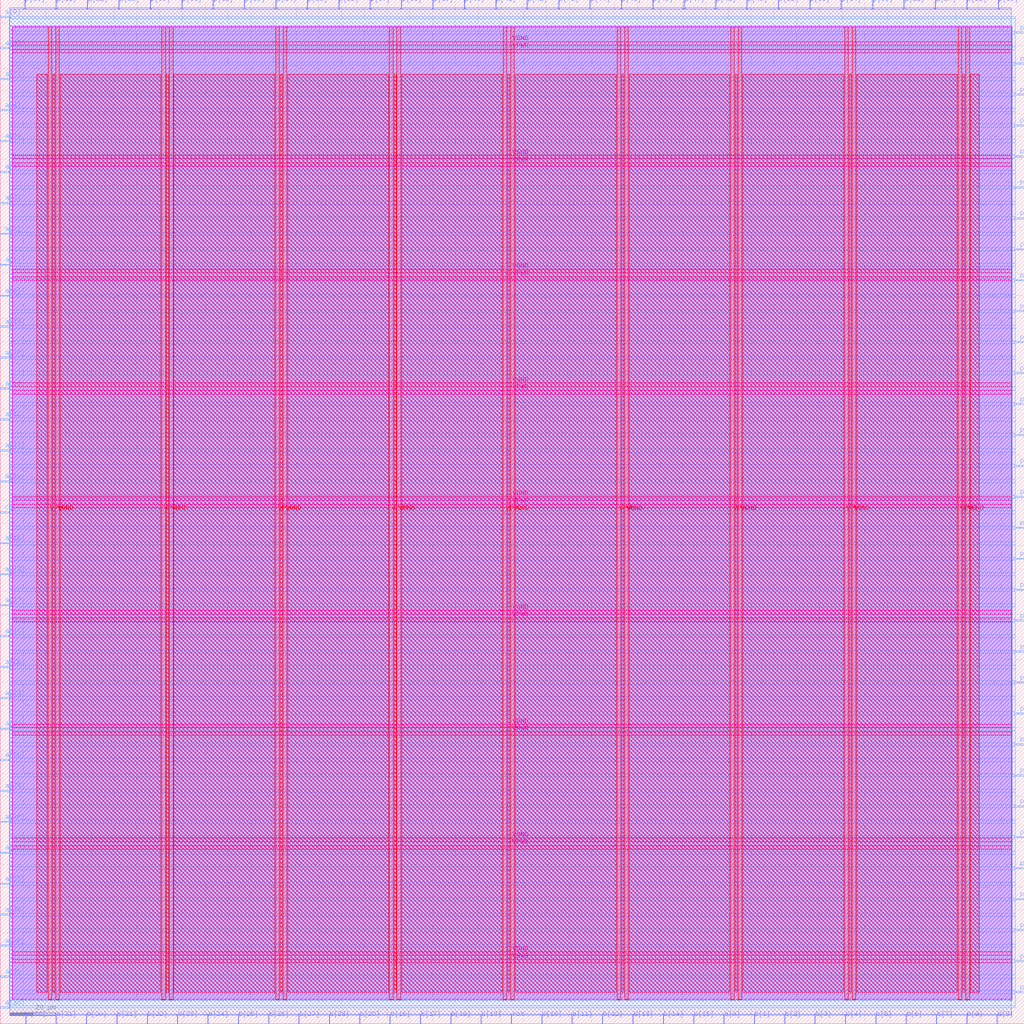
<source format=lef>
VERSION 5.7 ;
  NOWIREEXTENSIONATPIN ON ;
  DIVIDERCHAR "/" ;
  BUSBITCHARS "[]" ;
MACRO pipelined_mult
  CLASS BLOCK ;
  FOREIGN pipelined_mult ;
  ORIGIN 0.000 0.000 ;
  SIZE 450.000 BY 450.000 ;
  PIN VGND
    DIRECTION INOUT ;
    USE GROUND ;
    PORT
      LAYER met4 ;
        RECT 24.340 10.640 25.940 438.160 ;
    END
    PORT
      LAYER met4 ;
        RECT 74.340 10.640 75.940 438.160 ;
    END
    PORT
      LAYER met4 ;
        RECT 124.340 10.640 125.940 438.160 ;
    END
    PORT
      LAYER met4 ;
        RECT 174.340 10.640 175.940 438.160 ;
    END
    PORT
      LAYER met4 ;
        RECT 224.340 10.640 225.940 438.160 ;
    END
    PORT
      LAYER met4 ;
        RECT 274.340 10.640 275.940 438.160 ;
    END
    PORT
      LAYER met4 ;
        RECT 324.340 10.640 325.940 438.160 ;
    END
    PORT
      LAYER met4 ;
        RECT 374.340 10.640 375.940 438.160 ;
    END
    PORT
      LAYER met4 ;
        RECT 424.340 10.640 425.940 438.160 ;
    END
    PORT
      LAYER met5 ;
        RECT 5.280 30.030 444.600 31.630 ;
    END
    PORT
      LAYER met5 ;
        RECT 5.280 80.030 444.600 81.630 ;
    END
    PORT
      LAYER met5 ;
        RECT 5.280 130.030 444.600 131.630 ;
    END
    PORT
      LAYER met5 ;
        RECT 5.280 180.030 444.600 181.630 ;
    END
    PORT
      LAYER met5 ;
        RECT 5.280 230.030 444.600 231.630 ;
    END
    PORT
      LAYER met5 ;
        RECT 5.280 280.030 444.600 281.630 ;
    END
    PORT
      LAYER met5 ;
        RECT 5.280 330.030 444.600 331.630 ;
    END
    PORT
      LAYER met5 ;
        RECT 5.280 380.030 444.600 381.630 ;
    END
    PORT
      LAYER met5 ;
        RECT 5.280 430.030 444.600 431.630 ;
    END
  END VGND
  PIN VPWR
    DIRECTION INOUT ;
    USE POWER ;
    PORT
      LAYER met4 ;
        RECT 21.040 10.640 22.640 438.160 ;
    END
    PORT
      LAYER met4 ;
        RECT 71.040 10.640 72.640 438.160 ;
    END
    PORT
      LAYER met4 ;
        RECT 121.040 10.640 122.640 438.160 ;
    END
    PORT
      LAYER met4 ;
        RECT 171.040 10.640 172.640 438.160 ;
    END
    PORT
      LAYER met4 ;
        RECT 221.040 10.640 222.640 438.160 ;
    END
    PORT
      LAYER met4 ;
        RECT 271.040 10.640 272.640 438.160 ;
    END
    PORT
      LAYER met4 ;
        RECT 321.040 10.640 322.640 438.160 ;
    END
    PORT
      LAYER met4 ;
        RECT 371.040 10.640 372.640 438.160 ;
    END
    PORT
      LAYER met4 ;
        RECT 421.040 10.640 422.640 438.160 ;
    END
    PORT
      LAYER met5 ;
        RECT 5.280 26.730 444.600 28.330 ;
    END
    PORT
      LAYER met5 ;
        RECT 5.280 76.730 444.600 78.330 ;
    END
    PORT
      LAYER met5 ;
        RECT 5.280 126.730 444.600 128.330 ;
    END
    PORT
      LAYER met5 ;
        RECT 5.280 176.730 444.600 178.330 ;
    END
    PORT
      LAYER met5 ;
        RECT 5.280 226.730 444.600 228.330 ;
    END
    PORT
      LAYER met5 ;
        RECT 5.280 276.730 444.600 278.330 ;
    END
    PORT
      LAYER met5 ;
        RECT 5.280 326.730 444.600 328.330 ;
    END
    PORT
      LAYER met5 ;
        RECT 5.280 376.730 444.600 378.330 ;
    END
    PORT
      LAYER met5 ;
        RECT 5.280 426.730 444.600 428.330 ;
    END
  END VPWR
  PIN a[0]
    DIRECTION INPUT ;
    USE SIGNAL ;
    ANTENNAGATEAREA 0.196500 ;
    PORT
      LAYER met3 ;
        RECT 0.000 319.640 4.000 320.240 ;
    END
  END a[0]
  PIN a[10]
    DIRECTION INPUT ;
    USE SIGNAL ;
    ANTENNAGATEAREA 0.196500 ;
    PORT
      LAYER met3 ;
        RECT 0.000 238.040 4.000 238.640 ;
    END
  END a[10]
  PIN a[11]
    DIRECTION INPUT ;
    USE SIGNAL ;
    ANTENNAGATEAREA 0.196500 ;
    PORT
      LAYER met3 ;
        RECT 0.000 251.640 4.000 252.240 ;
    END
  END a[11]
  PIN a[12]
    DIRECTION INPUT ;
    USE SIGNAL ;
    ANTENNAGATEAREA 0.196500 ;
    PORT
      LAYER met3 ;
        RECT 0.000 265.240 4.000 265.840 ;
    END
  END a[12]
  PIN a[13]
    DIRECTION INPUT ;
    USE SIGNAL ;
    ANTENNAGATEAREA 0.196500 ;
    PORT
      LAYER met3 ;
        RECT 0.000 278.840 4.000 279.440 ;
    END
  END a[13]
  PIN a[14]
    DIRECTION INPUT ;
    USE SIGNAL ;
    ANTENNAGATEAREA 0.196500 ;
    PORT
      LAYER met3 ;
        RECT 0.000 292.440 4.000 293.040 ;
    END
  END a[14]
  PIN a[15]
    DIRECTION INPUT ;
    USE SIGNAL ;
    ANTENNAGATEAREA 0.196500 ;
    PORT
      LAYER met3 ;
        RECT 0.000 306.040 4.000 306.640 ;
    END
  END a[15]
  PIN a[16]
    DIRECTION INPUT ;
    USE SIGNAL ;
    ANTENNAGATEAREA 0.196500 ;
    PORT
      LAYER met3 ;
        RECT 0.000 170.040 4.000 170.640 ;
    END
  END a[16]
  PIN a[17]
    DIRECTION INPUT ;
    USE SIGNAL ;
    ANTENNAGATEAREA 0.196500 ;
    PORT
      LAYER met3 ;
        RECT 0.000 183.640 4.000 184.240 ;
    END
  END a[17]
  PIN a[18]
    DIRECTION INPUT ;
    USE SIGNAL ;
    ANTENNAGATEAREA 0.196500 ;
    PORT
      LAYER met3 ;
        RECT 0.000 197.240 4.000 197.840 ;
    END
  END a[18]
  PIN a[19]
    DIRECTION INPUT ;
    USE SIGNAL ;
    ANTENNAGATEAREA 0.196500 ;
    PORT
      LAYER met3 ;
        RECT 0.000 210.840 4.000 211.440 ;
    END
  END a[19]
  PIN a[1]
    DIRECTION INPUT ;
    USE SIGNAL ;
    ANTENNAGATEAREA 0.196500 ;
    PORT
      LAYER met3 ;
        RECT 0.000 333.240 4.000 333.840 ;
    END
  END a[1]
  PIN a[20]
    DIRECTION INPUT ;
    USE SIGNAL ;
    ANTENNAGATEAREA 0.196500 ;
    PORT
      LAYER met3 ;
        RECT 0.000 34.040 4.000 34.640 ;
    END
  END a[20]
  PIN a[21]
    DIRECTION INPUT ;
    USE SIGNAL ;
    ANTENNAGATEAREA 0.196500 ;
    PORT
      LAYER met3 ;
        RECT 0.000 47.640 4.000 48.240 ;
    END
  END a[21]
  PIN a[22]
    DIRECTION INPUT ;
    USE SIGNAL ;
    ANTENNAGATEAREA 0.196500 ;
    PORT
      LAYER met3 ;
        RECT 0.000 61.240 4.000 61.840 ;
    END
  END a[22]
  PIN a[23]
    DIRECTION INPUT ;
    USE SIGNAL ;
    ANTENNAGATEAREA 0.196500 ;
    PORT
      LAYER met3 ;
        RECT 0.000 74.840 4.000 75.440 ;
    END
  END a[23]
  PIN a[24]
    DIRECTION INPUT ;
    USE SIGNAL ;
    ANTENNAGATEAREA 0.196500 ;
    PORT
      LAYER met3 ;
        RECT 0.000 88.440 4.000 89.040 ;
    END
  END a[24]
  PIN a[25]
    DIRECTION INPUT ;
    USE SIGNAL ;
    ANTENNAGATEAREA 0.196500 ;
    PORT
      LAYER met3 ;
        RECT 0.000 102.040 4.000 102.640 ;
    END
  END a[25]
  PIN a[26]
    DIRECTION INPUT ;
    USE SIGNAL ;
    ANTENNAGATEAREA 0.196500 ;
    PORT
      LAYER met3 ;
        RECT 0.000 115.640 4.000 116.240 ;
    END
  END a[26]
  PIN a[27]
    DIRECTION INPUT ;
    USE SIGNAL ;
    ANTENNAGATEAREA 0.196500 ;
    PORT
      LAYER met3 ;
        RECT 0.000 129.240 4.000 129.840 ;
    END
  END a[27]
  PIN a[28]
    DIRECTION INPUT ;
    USE SIGNAL ;
    ANTENNAGATEAREA 0.196500 ;
    PORT
      LAYER met3 ;
        RECT 0.000 142.840 4.000 143.440 ;
    END
  END a[28]
  PIN a[29]
    DIRECTION INPUT ;
    USE SIGNAL ;
    ANTENNAGATEAREA 0.196500 ;
    PORT
      LAYER met3 ;
        RECT 0.000 156.440 4.000 157.040 ;
    END
  END a[29]
  PIN a[2]
    DIRECTION INPUT ;
    USE SIGNAL ;
    ANTENNAGATEAREA 0.196500 ;
    PORT
      LAYER met3 ;
        RECT 0.000 346.840 4.000 347.440 ;
    END
  END a[2]
  PIN a[30]
    DIRECTION INPUT ;
    USE SIGNAL ;
    ANTENNAGATEAREA 0.196500 ;
    PORT
      LAYER met3 ;
        RECT 0.000 6.840 4.000 7.440 ;
    END
  END a[30]
  PIN a[31]
    DIRECTION INPUT ;
    USE SIGNAL ;
    ANTENNAGATEAREA 0.196500 ;
    PORT
      LAYER met3 ;
        RECT 0.000 20.440 4.000 21.040 ;
    END
  END a[31]
  PIN a[3]
    DIRECTION INPUT ;
    USE SIGNAL ;
    ANTENNAGATEAREA 0.196500 ;
    PORT
      LAYER met3 ;
        RECT 0.000 360.440 4.000 361.040 ;
    END
  END a[3]
  PIN a[4]
    DIRECTION INPUT ;
    USE SIGNAL ;
    ANTENNAGATEAREA 0.196500 ;
    PORT
      LAYER met3 ;
        RECT 0.000 374.040 4.000 374.640 ;
    END
  END a[4]
  PIN a[5]
    DIRECTION INPUT ;
    USE SIGNAL ;
    ANTENNAGATEAREA 0.213000 ;
    PORT
      LAYER met3 ;
        RECT 0.000 387.640 4.000 388.240 ;
    END
  END a[5]
  PIN a[6]
    DIRECTION INPUT ;
    USE SIGNAL ;
    ANTENNAGATEAREA 0.196500 ;
    PORT
      LAYER met3 ;
        RECT 0.000 401.240 4.000 401.840 ;
    END
  END a[6]
  PIN a[7]
    DIRECTION INPUT ;
    USE SIGNAL ;
    ANTENNAGATEAREA 0.196500 ;
    PORT
      LAYER met3 ;
        RECT 0.000 414.840 4.000 415.440 ;
    END
  END a[7]
  PIN a[8]
    DIRECTION INPUT ;
    USE SIGNAL ;
    ANTENNAGATEAREA 0.196500 ;
    PORT
      LAYER met3 ;
        RECT 0.000 428.440 4.000 429.040 ;
    END
  END a[8]
  PIN a[9]
    DIRECTION INPUT ;
    USE SIGNAL ;
    ANTENNAGATEAREA 0.196500 ;
    PORT
      LAYER met3 ;
        RECT 0.000 442.040 4.000 442.640 ;
    END
  END a[9]
  PIN b[0]
    DIRECTION INPUT ;
    USE SIGNAL ;
    ANTENNAGATEAREA 0.196500 ;
    PORT
      LAYER met2 ;
        RECT 317.950 0.000 318.230 4.000 ;
    END
  END b[0]
  PIN b[10]
    DIRECTION INPUT ;
    USE SIGNAL ;
    ANTENNAGATEAREA 0.196500 ;
    PORT
      LAYER met2 ;
        RECT 237.910 0.000 238.190 4.000 ;
    END
  END b[10]
  PIN b[11]
    DIRECTION INPUT ;
    USE SIGNAL ;
    ANTENNAGATEAREA 0.196500 ;
    PORT
      LAYER met2 ;
        RECT 251.250 0.000 251.530 4.000 ;
    END
  END b[11]
  PIN b[12]
    DIRECTION INPUT ;
    USE SIGNAL ;
    ANTENNAGATEAREA 0.196500 ;
    PORT
      LAYER met2 ;
        RECT 264.590 0.000 264.870 4.000 ;
    END
  END b[12]
  PIN b[13]
    DIRECTION INPUT ;
    USE SIGNAL ;
    ANTENNAGATEAREA 0.196500 ;
    PORT
      LAYER met2 ;
        RECT 277.930 0.000 278.210 4.000 ;
    END
  END b[13]
  PIN b[14]
    DIRECTION INPUT ;
    USE SIGNAL ;
    ANTENNAGATEAREA 0.196500 ;
    PORT
      LAYER met2 ;
        RECT 291.270 0.000 291.550 4.000 ;
    END
  END b[14]
  PIN b[15]
    DIRECTION INPUT ;
    USE SIGNAL ;
    ANTENNAGATEAREA 0.196500 ;
    PORT
      LAYER met2 ;
        RECT 304.610 0.000 304.890 4.000 ;
    END
  END b[15]
  PIN b[16]
    DIRECTION INPUT ;
    USE SIGNAL ;
    ANTENNAGATEAREA 0.196500 ;
    PORT
      LAYER met2 ;
        RECT 171.210 0.000 171.490 4.000 ;
    END
  END b[16]
  PIN b[17]
    DIRECTION INPUT ;
    USE SIGNAL ;
    ANTENNAGATEAREA 0.196500 ;
    PORT
      LAYER met2 ;
        RECT 184.550 0.000 184.830 4.000 ;
    END
  END b[17]
  PIN b[18]
    DIRECTION INPUT ;
    USE SIGNAL ;
    ANTENNAGATEAREA 0.196500 ;
    PORT
      LAYER met2 ;
        RECT 197.890 0.000 198.170 4.000 ;
    END
  END b[18]
  PIN b[19]
    DIRECTION INPUT ;
    USE SIGNAL ;
    ANTENNAGATEAREA 0.196500 ;
    PORT
      LAYER met2 ;
        RECT 211.230 0.000 211.510 4.000 ;
    END
  END b[19]
  PIN b[1]
    DIRECTION INPUT ;
    USE SIGNAL ;
    ANTENNAGATEAREA 0.196500 ;
    PORT
      LAYER met2 ;
        RECT 331.290 0.000 331.570 4.000 ;
    END
  END b[1]
  PIN b[20]
    DIRECTION INPUT ;
    USE SIGNAL ;
    ANTENNAGATEAREA 0.196500 ;
    PORT
      LAYER met2 ;
        RECT 37.810 0.000 38.090 4.000 ;
    END
  END b[20]
  PIN b[21]
    DIRECTION INPUT ;
    USE SIGNAL ;
    ANTENNAGATEAREA 0.196500 ;
    PORT
      LAYER met2 ;
        RECT 51.150 0.000 51.430 4.000 ;
    END
  END b[21]
  PIN b[22]
    DIRECTION INPUT ;
    USE SIGNAL ;
    ANTENNAGATEAREA 0.196500 ;
    PORT
      LAYER met2 ;
        RECT 64.490 0.000 64.770 4.000 ;
    END
  END b[22]
  PIN b[23]
    DIRECTION INPUT ;
    USE SIGNAL ;
    ANTENNAGATEAREA 0.196500 ;
    PORT
      LAYER met2 ;
        RECT 77.830 0.000 78.110 4.000 ;
    END
  END b[23]
  PIN b[24]
    DIRECTION INPUT ;
    USE SIGNAL ;
    ANTENNAGATEAREA 0.196500 ;
    PORT
      LAYER met2 ;
        RECT 91.170 0.000 91.450 4.000 ;
    END
  END b[24]
  PIN b[25]
    DIRECTION INPUT ;
    USE SIGNAL ;
    ANTENNAGATEAREA 0.196500 ;
    PORT
      LAYER met2 ;
        RECT 104.510 0.000 104.790 4.000 ;
    END
  END b[25]
  PIN b[26]
    DIRECTION INPUT ;
    USE SIGNAL ;
    ANTENNAGATEAREA 0.196500 ;
    PORT
      LAYER met2 ;
        RECT 117.850 0.000 118.130 4.000 ;
    END
  END b[26]
  PIN b[27]
    DIRECTION INPUT ;
    USE SIGNAL ;
    ANTENNAGATEAREA 0.196500 ;
    PORT
      LAYER met2 ;
        RECT 131.190 0.000 131.470 4.000 ;
    END
  END b[27]
  PIN b[28]
    DIRECTION INPUT ;
    USE SIGNAL ;
    ANTENNAGATEAREA 0.196500 ;
    PORT
      LAYER met2 ;
        RECT 144.530 0.000 144.810 4.000 ;
    END
  END b[28]
  PIN b[29]
    DIRECTION INPUT ;
    USE SIGNAL ;
    ANTENNAGATEAREA 0.196500 ;
    PORT
      LAYER met2 ;
        RECT 157.870 0.000 158.150 4.000 ;
    END
  END b[29]
  PIN b[2]
    DIRECTION INPUT ;
    USE SIGNAL ;
    ANTENNAGATEAREA 0.196500 ;
    PORT
      LAYER met2 ;
        RECT 344.630 0.000 344.910 4.000 ;
    END
  END b[2]
  PIN b[30]
    DIRECTION INPUT ;
    USE SIGNAL ;
    ANTENNAGATEAREA 0.196500 ;
    PORT
      LAYER met2 ;
        RECT 11.130 0.000 11.410 4.000 ;
    END
  END b[30]
  PIN b[31]
    DIRECTION INPUT ;
    USE SIGNAL ;
    ANTENNAGATEAREA 0.196500 ;
    PORT
      LAYER met2 ;
        RECT 24.470 0.000 24.750 4.000 ;
    END
  END b[31]
  PIN b[3]
    DIRECTION INPUT ;
    USE SIGNAL ;
    ANTENNAGATEAREA 0.196500 ;
    PORT
      LAYER met2 ;
        RECT 357.970 0.000 358.250 4.000 ;
    END
  END b[3]
  PIN b[4]
    DIRECTION INPUT ;
    USE SIGNAL ;
    ANTENNAGATEAREA 0.196500 ;
    PORT
      LAYER met2 ;
        RECT 371.310 0.000 371.590 4.000 ;
    END
  END b[4]
  PIN b[5]
    DIRECTION INPUT ;
    USE SIGNAL ;
    ANTENNAGATEAREA 0.196500 ;
    PORT
      LAYER met2 ;
        RECT 384.650 0.000 384.930 4.000 ;
    END
  END b[5]
  PIN b[6]
    DIRECTION INPUT ;
    USE SIGNAL ;
    ANTENNAGATEAREA 0.196500 ;
    PORT
      LAYER met2 ;
        RECT 397.990 0.000 398.270 4.000 ;
    END
  END b[6]
  PIN b[7]
    DIRECTION INPUT ;
    USE SIGNAL ;
    ANTENNAGATEAREA 0.196500 ;
    PORT
      LAYER met2 ;
        RECT 411.330 0.000 411.610 4.000 ;
    END
  END b[7]
  PIN b[8]
    DIRECTION INPUT ;
    USE SIGNAL ;
    ANTENNAGATEAREA 0.196500 ;
    PORT
      LAYER met2 ;
        RECT 424.670 0.000 424.950 4.000 ;
    END
  END b[8]
  PIN b[9]
    DIRECTION INPUT ;
    USE SIGNAL ;
    ANTENNAGATEAREA 0.196500 ;
    PORT
      LAYER met2 ;
        RECT 438.010 0.000 438.290 4.000 ;
    END
  END b[9]
  PIN clk
    DIRECTION INPUT ;
    USE SIGNAL ;
    ANTENNAGATEAREA 1.286700 ;
    ANTENNADIFFAREA 0.434700 ;
    PORT
      LAYER met3 ;
        RECT 0.000 224.440 4.000 225.040 ;
    END
  END clk
  PIN p[0]
    DIRECTION OUTPUT ;
    USE SIGNAL ;
    ANTENNADIFFAREA 0.445500 ;
    PORT
      LAYER met3 ;
        RECT 446.000 312.840 450.000 313.440 ;
    END
  END p[0]
  PIN p[10]
    DIRECTION OUTPUT ;
    USE SIGNAL ;
    ANTENNADIFFAREA 0.445500 ;
    PORT
      LAYER met3 ;
        RECT 446.000 176.840 450.000 177.440 ;
    END
  END p[10]
  PIN p[11]
    DIRECTION OUTPUT ;
    USE SIGNAL ;
    ANTENNADIFFAREA 0.445500 ;
    PORT
      LAYER met3 ;
        RECT 446.000 190.440 450.000 191.040 ;
    END
  END p[11]
  PIN p[12]
    DIRECTION OUTPUT ;
    USE SIGNAL ;
    ANTENNADIFFAREA 0.445500 ;
    PORT
      LAYER met3 ;
        RECT 446.000 204.040 450.000 204.640 ;
    END
  END p[12]
  PIN p[13]
    DIRECTION OUTPUT ;
    USE SIGNAL ;
    ANTENNADIFFAREA 0.445500 ;
    PORT
      LAYER met3 ;
        RECT 446.000 217.640 450.000 218.240 ;
    END
  END p[13]
  PIN p[14]
    DIRECTION OUTPUT ;
    USE SIGNAL ;
    ANTENNADIFFAREA 0.445500 ;
    PORT
      LAYER met3 ;
        RECT 446.000 231.240 450.000 231.840 ;
    END
  END p[14]
  PIN p[15]
    DIRECTION OUTPUT ;
    USE SIGNAL ;
    ANTENNADIFFAREA 0.445500 ;
    PORT
      LAYER met3 ;
        RECT 446.000 244.840 450.000 245.440 ;
    END
  END p[15]
  PIN p[16]
    DIRECTION OUTPUT ;
    USE SIGNAL ;
    ANTENNADIFFAREA 0.445500 ;
    PORT
      LAYER met3 ;
        RECT 446.000 258.440 450.000 259.040 ;
    END
  END p[16]
  PIN p[17]
    DIRECTION OUTPUT ;
    USE SIGNAL ;
    ANTENNADIFFAREA 0.445500 ;
    PORT
      LAYER met3 ;
        RECT 446.000 272.040 450.000 272.640 ;
    END
  END p[17]
  PIN p[18]
    DIRECTION OUTPUT ;
    USE SIGNAL ;
    ANTENNADIFFAREA 0.445500 ;
    PORT
      LAYER met3 ;
        RECT 446.000 285.640 450.000 286.240 ;
    END
  END p[18]
  PIN p[19]
    DIRECTION OUTPUT ;
    USE SIGNAL ;
    ANTENNADIFFAREA 0.445500 ;
    PORT
      LAYER met3 ;
        RECT 446.000 299.240 450.000 299.840 ;
    END
  END p[19]
  PIN p[1]
    DIRECTION OUTPUT ;
    USE SIGNAL ;
    ANTENNADIFFAREA 0.445500 ;
    PORT
      LAYER met3 ;
        RECT 446.000 326.440 450.000 327.040 ;
    END
  END p[1]
  PIN p[20]
    DIRECTION OUTPUT ;
    USE SIGNAL ;
    ANTENNADIFFAREA 0.445500 ;
    PORT
      LAYER met3 ;
        RECT 446.000 40.840 450.000 41.440 ;
    END
  END p[20]
  PIN p[21]
    DIRECTION OUTPUT ;
    USE SIGNAL ;
    ANTENNADIFFAREA 0.445500 ;
    PORT
      LAYER met3 ;
        RECT 446.000 54.440 450.000 55.040 ;
    END
  END p[21]
  PIN p[22]
    DIRECTION OUTPUT ;
    USE SIGNAL ;
    ANTENNADIFFAREA 0.445500 ;
    PORT
      LAYER met3 ;
        RECT 446.000 68.040 450.000 68.640 ;
    END
  END p[22]
  PIN p[23]
    DIRECTION OUTPUT ;
    USE SIGNAL ;
    ANTENNADIFFAREA 0.445500 ;
    PORT
      LAYER met3 ;
        RECT 446.000 81.640 450.000 82.240 ;
    END
  END p[23]
  PIN p[24]
    DIRECTION OUTPUT ;
    USE SIGNAL ;
    ANTENNADIFFAREA 0.445500 ;
    PORT
      LAYER met3 ;
        RECT 446.000 95.240 450.000 95.840 ;
    END
  END p[24]
  PIN p[25]
    DIRECTION OUTPUT ;
    USE SIGNAL ;
    ANTENNADIFFAREA 0.445500 ;
    PORT
      LAYER met3 ;
        RECT 446.000 108.840 450.000 109.440 ;
    END
  END p[25]
  PIN p[26]
    DIRECTION OUTPUT ;
    USE SIGNAL ;
    ANTENNADIFFAREA 0.445500 ;
    PORT
      LAYER met3 ;
        RECT 446.000 122.440 450.000 123.040 ;
    END
  END p[26]
  PIN p[27]
    DIRECTION OUTPUT ;
    USE SIGNAL ;
    ANTENNADIFFAREA 0.445500 ;
    PORT
      LAYER met3 ;
        RECT 446.000 136.040 450.000 136.640 ;
    END
  END p[27]
  PIN p[28]
    DIRECTION OUTPUT ;
    USE SIGNAL ;
    ANTENNADIFFAREA 0.445500 ;
    PORT
      LAYER met3 ;
        RECT 446.000 149.640 450.000 150.240 ;
    END
  END p[28]
  PIN p[29]
    DIRECTION OUTPUT ;
    USE SIGNAL ;
    ANTENNADIFFAREA 0.445500 ;
    PORT
      LAYER met3 ;
        RECT 446.000 163.240 450.000 163.840 ;
    END
  END p[29]
  PIN p[2]
    DIRECTION OUTPUT ;
    USE SIGNAL ;
    ANTENNADIFFAREA 0.445500 ;
    PORT
      LAYER met3 ;
        RECT 446.000 340.040 450.000 340.640 ;
    END
  END p[2]
  PIN p[30]
    DIRECTION OUTPUT ;
    USE SIGNAL ;
    ANTENNADIFFAREA 0.445500 ;
    PORT
      LAYER met3 ;
        RECT 446.000 13.640 450.000 14.240 ;
    END
  END p[30]
  PIN p[31]
    DIRECTION OUTPUT ;
    USE SIGNAL ;
    ANTENNADIFFAREA 0.445500 ;
    PORT
      LAYER met3 ;
        RECT 446.000 27.240 450.000 27.840 ;
    END
  END p[31]
  PIN p[32]
    DIRECTION OUTPUT ;
    USE SIGNAL ;
    ANTENNADIFFAREA 0.445500 ;
    PORT
      LAYER met2 ;
        RECT 341.870 446.000 342.150 450.000 ;
    END
  END p[32]
  PIN p[33]
    DIRECTION OUTPUT ;
    USE SIGNAL ;
    ANTENNADIFFAREA 0.445500 ;
    PORT
      LAYER met2 ;
        RECT 355.670 446.000 355.950 450.000 ;
    END
  END p[33]
  PIN p[34]
    DIRECTION OUTPUT ;
    USE SIGNAL ;
    ANTENNADIFFAREA 0.445500 ;
    PORT
      LAYER met2 ;
        RECT 369.470 446.000 369.750 450.000 ;
    END
  END p[34]
  PIN p[35]
    DIRECTION OUTPUT ;
    USE SIGNAL ;
    ANTENNADIFFAREA 0.445500 ;
    PORT
      LAYER met2 ;
        RECT 383.270 446.000 383.550 450.000 ;
    END
  END p[35]
  PIN p[36]
    DIRECTION OUTPUT ;
    USE SIGNAL ;
    ANTENNADIFFAREA 0.445500 ;
    PORT
      LAYER met2 ;
        RECT 397.070 446.000 397.350 450.000 ;
    END
  END p[36]
  PIN p[37]
    DIRECTION OUTPUT ;
    USE SIGNAL ;
    ANTENNADIFFAREA 0.445500 ;
    PORT
      LAYER met2 ;
        RECT 410.870 446.000 411.150 450.000 ;
    END
  END p[37]
  PIN p[38]
    DIRECTION OUTPUT ;
    USE SIGNAL ;
    ANTENNADIFFAREA 0.445500 ;
    PORT
      LAYER met2 ;
        RECT 424.670 446.000 424.950 450.000 ;
    END
  END p[38]
  PIN p[39]
    DIRECTION OUTPUT ;
    USE SIGNAL ;
    ANTENNADIFFAREA 0.445500 ;
    PORT
      LAYER met2 ;
        RECT 438.470 446.000 438.750 450.000 ;
    END
  END p[39]
  PIN p[3]
    DIRECTION OUTPUT ;
    USE SIGNAL ;
    ANTENNADIFFAREA 0.445500 ;
    PORT
      LAYER met3 ;
        RECT 446.000 353.640 450.000 354.240 ;
    END
  END p[3]
  PIN p[40]
    DIRECTION OUTPUT ;
    USE SIGNAL ;
    ANTENNADIFFAREA 0.445500 ;
    PORT
      LAYER met2 ;
        RECT 203.870 446.000 204.150 450.000 ;
    END
  END p[40]
  PIN p[41]
    DIRECTION OUTPUT ;
    USE SIGNAL ;
    ANTENNADIFFAREA 0.445500 ;
    PORT
      LAYER met2 ;
        RECT 217.670 446.000 217.950 450.000 ;
    END
  END p[41]
  PIN p[42]
    DIRECTION OUTPUT ;
    USE SIGNAL ;
    ANTENNADIFFAREA 0.445500 ;
    PORT
      LAYER met2 ;
        RECT 231.470 446.000 231.750 450.000 ;
    END
  END p[42]
  PIN p[43]
    DIRECTION OUTPUT ;
    USE SIGNAL ;
    ANTENNADIFFAREA 0.445500 ;
    PORT
      LAYER met2 ;
        RECT 245.270 446.000 245.550 450.000 ;
    END
  END p[43]
  PIN p[44]
    DIRECTION OUTPUT ;
    USE SIGNAL ;
    ANTENNADIFFAREA 0.445500 ;
    PORT
      LAYER met2 ;
        RECT 259.070 446.000 259.350 450.000 ;
    END
  END p[44]
  PIN p[45]
    DIRECTION OUTPUT ;
    USE SIGNAL ;
    ANTENNADIFFAREA 0.445500 ;
    PORT
      LAYER met2 ;
        RECT 272.870 446.000 273.150 450.000 ;
    END
  END p[45]
  PIN p[46]
    DIRECTION OUTPUT ;
    USE SIGNAL ;
    ANTENNADIFFAREA 0.445500 ;
    PORT
      LAYER met2 ;
        RECT 286.670 446.000 286.950 450.000 ;
    END
  END p[46]
  PIN p[47]
    DIRECTION OUTPUT ;
    USE SIGNAL ;
    ANTENNADIFFAREA 0.445500 ;
    PORT
      LAYER met2 ;
        RECT 300.470 446.000 300.750 450.000 ;
    END
  END p[47]
  PIN p[48]
    DIRECTION OUTPUT ;
    USE SIGNAL ;
    ANTENNADIFFAREA 0.445500 ;
    PORT
      LAYER met2 ;
        RECT 314.270 446.000 314.550 450.000 ;
    END
  END p[48]
  PIN p[49]
    DIRECTION OUTPUT ;
    USE SIGNAL ;
    ANTENNADIFFAREA 0.445500 ;
    PORT
      LAYER met2 ;
        RECT 328.070 446.000 328.350 450.000 ;
    END
  END p[49]
  PIN p[4]
    DIRECTION OUTPUT ;
    USE SIGNAL ;
    ANTENNADIFFAREA 0.445500 ;
    PORT
      LAYER met3 ;
        RECT 446.000 367.240 450.000 367.840 ;
    END
  END p[4]
  PIN p[50]
    DIRECTION OUTPUT ;
    USE SIGNAL ;
    ANTENNADIFFAREA 0.445500 ;
    PORT
      LAYER met2 ;
        RECT 65.870 446.000 66.150 450.000 ;
    END
  END p[50]
  PIN p[51]
    DIRECTION OUTPUT ;
    USE SIGNAL ;
    ANTENNADIFFAREA 0.445500 ;
    PORT
      LAYER met2 ;
        RECT 79.670 446.000 79.950 450.000 ;
    END
  END p[51]
  PIN p[52]
    DIRECTION OUTPUT ;
    USE SIGNAL ;
    ANTENNADIFFAREA 0.445500 ;
    PORT
      LAYER met2 ;
        RECT 93.470 446.000 93.750 450.000 ;
    END
  END p[52]
  PIN p[53]
    DIRECTION OUTPUT ;
    USE SIGNAL ;
    ANTENNADIFFAREA 0.445500 ;
    PORT
      LAYER met2 ;
        RECT 107.270 446.000 107.550 450.000 ;
    END
  END p[53]
  PIN p[54]
    DIRECTION OUTPUT ;
    USE SIGNAL ;
    ANTENNADIFFAREA 0.445500 ;
    PORT
      LAYER met2 ;
        RECT 121.070 446.000 121.350 450.000 ;
    END
  END p[54]
  PIN p[55]
    DIRECTION OUTPUT ;
    USE SIGNAL ;
    ANTENNADIFFAREA 0.445500 ;
    PORT
      LAYER met2 ;
        RECT 134.870 446.000 135.150 450.000 ;
    END
  END p[55]
  PIN p[56]
    DIRECTION OUTPUT ;
    USE SIGNAL ;
    ANTENNADIFFAREA 0.445500 ;
    PORT
      LAYER met2 ;
        RECT 148.670 446.000 148.950 450.000 ;
    END
  END p[56]
  PIN p[57]
    DIRECTION OUTPUT ;
    USE SIGNAL ;
    ANTENNADIFFAREA 0.445500 ;
    PORT
      LAYER met2 ;
        RECT 162.470 446.000 162.750 450.000 ;
    END
  END p[57]
  PIN p[58]
    DIRECTION OUTPUT ;
    USE SIGNAL ;
    ANTENNADIFFAREA 0.445500 ;
    PORT
      LAYER met2 ;
        RECT 176.270 446.000 176.550 450.000 ;
    END
  END p[58]
  PIN p[59]
    DIRECTION OUTPUT ;
    USE SIGNAL ;
    ANTENNADIFFAREA 0.445500 ;
    PORT
      LAYER met2 ;
        RECT 190.070 446.000 190.350 450.000 ;
    END
  END p[59]
  PIN p[5]
    DIRECTION OUTPUT ;
    USE SIGNAL ;
    ANTENNADIFFAREA 0.445500 ;
    PORT
      LAYER met3 ;
        RECT 446.000 380.840 450.000 381.440 ;
    END
  END p[5]
  PIN p[60]
    DIRECTION OUTPUT ;
    USE SIGNAL ;
    ANTENNADIFFAREA 0.445500 ;
    PORT
      LAYER met2 ;
        RECT 10.670 446.000 10.950 450.000 ;
    END
  END p[60]
  PIN p[61]
    DIRECTION OUTPUT ;
    USE SIGNAL ;
    ANTENNADIFFAREA 0.445500 ;
    PORT
      LAYER met2 ;
        RECT 24.470 446.000 24.750 450.000 ;
    END
  END p[61]
  PIN p[62]
    DIRECTION OUTPUT ;
    USE SIGNAL ;
    ANTENNADIFFAREA 0.445500 ;
    PORT
      LAYER met2 ;
        RECT 38.270 446.000 38.550 450.000 ;
    END
  END p[62]
  PIN p[63]
    DIRECTION OUTPUT ;
    USE SIGNAL ;
    ANTENNADIFFAREA 0.445500 ;
    PORT
      LAYER met2 ;
        RECT 52.070 446.000 52.350 450.000 ;
    END
  END p[63]
  PIN p[6]
    DIRECTION OUTPUT ;
    USE SIGNAL ;
    ANTENNADIFFAREA 0.445500 ;
    PORT
      LAYER met3 ;
        RECT 446.000 394.440 450.000 395.040 ;
    END
  END p[6]
  PIN p[7]
    DIRECTION OUTPUT ;
    USE SIGNAL ;
    ANTENNADIFFAREA 0.445500 ;
    PORT
      LAYER met3 ;
        RECT 446.000 408.040 450.000 408.640 ;
    END
  END p[7]
  PIN p[8]
    DIRECTION OUTPUT ;
    USE SIGNAL ;
    ANTENNADIFFAREA 0.445500 ;
    PORT
      LAYER met3 ;
        RECT 446.000 421.640 450.000 422.240 ;
    END
  END p[8]
  PIN p[9]
    DIRECTION OUTPUT ;
    USE SIGNAL ;
    ANTENNADIFFAREA 0.445500 ;
    PORT
      LAYER met3 ;
        RECT 446.000 435.240 450.000 435.840 ;
    END
  END p[9]
  PIN rst
    DIRECTION INPUT ;
    USE SIGNAL ;
    ANTENNAGATEAREA 0.990000 ;
    PORT
      LAYER met2 ;
        RECT 224.570 0.000 224.850 4.000 ;
    END
  END rst
  OBS
      LAYER nwell ;
        RECT 5.330 10.795 444.550 438.110 ;
      LAYER li1 ;
        RECT 5.520 10.795 444.360 438.005 ;
      LAYER met1 ;
        RECT 4.210 10.240 444.660 438.560 ;
      LAYER met2 ;
        RECT 4.230 445.720 10.390 446.490 ;
        RECT 11.230 445.720 24.190 446.490 ;
        RECT 25.030 445.720 37.990 446.490 ;
        RECT 38.830 445.720 51.790 446.490 ;
        RECT 52.630 445.720 65.590 446.490 ;
        RECT 66.430 445.720 79.390 446.490 ;
        RECT 80.230 445.720 93.190 446.490 ;
        RECT 94.030 445.720 106.990 446.490 ;
        RECT 107.830 445.720 120.790 446.490 ;
        RECT 121.630 445.720 134.590 446.490 ;
        RECT 135.430 445.720 148.390 446.490 ;
        RECT 149.230 445.720 162.190 446.490 ;
        RECT 163.030 445.720 175.990 446.490 ;
        RECT 176.830 445.720 189.790 446.490 ;
        RECT 190.630 445.720 203.590 446.490 ;
        RECT 204.430 445.720 217.390 446.490 ;
        RECT 218.230 445.720 231.190 446.490 ;
        RECT 232.030 445.720 244.990 446.490 ;
        RECT 245.830 445.720 258.790 446.490 ;
        RECT 259.630 445.720 272.590 446.490 ;
        RECT 273.430 445.720 286.390 446.490 ;
        RECT 287.230 445.720 300.190 446.490 ;
        RECT 301.030 445.720 313.990 446.490 ;
        RECT 314.830 445.720 327.790 446.490 ;
        RECT 328.630 445.720 341.590 446.490 ;
        RECT 342.430 445.720 355.390 446.490 ;
        RECT 356.230 445.720 369.190 446.490 ;
        RECT 370.030 445.720 382.990 446.490 ;
        RECT 383.830 445.720 396.790 446.490 ;
        RECT 397.630 445.720 410.590 446.490 ;
        RECT 411.430 445.720 424.390 446.490 ;
        RECT 425.230 445.720 438.190 446.490 ;
        RECT 439.030 445.720 444.260 446.490 ;
        RECT 4.230 4.280 444.260 445.720 ;
        RECT 4.230 3.670 10.850 4.280 ;
        RECT 11.690 3.670 24.190 4.280 ;
        RECT 25.030 3.670 37.530 4.280 ;
        RECT 38.370 3.670 50.870 4.280 ;
        RECT 51.710 3.670 64.210 4.280 ;
        RECT 65.050 3.670 77.550 4.280 ;
        RECT 78.390 3.670 90.890 4.280 ;
        RECT 91.730 3.670 104.230 4.280 ;
        RECT 105.070 3.670 117.570 4.280 ;
        RECT 118.410 3.670 130.910 4.280 ;
        RECT 131.750 3.670 144.250 4.280 ;
        RECT 145.090 3.670 157.590 4.280 ;
        RECT 158.430 3.670 170.930 4.280 ;
        RECT 171.770 3.670 184.270 4.280 ;
        RECT 185.110 3.670 197.610 4.280 ;
        RECT 198.450 3.670 210.950 4.280 ;
        RECT 211.790 3.670 224.290 4.280 ;
        RECT 225.130 3.670 237.630 4.280 ;
        RECT 238.470 3.670 250.970 4.280 ;
        RECT 251.810 3.670 264.310 4.280 ;
        RECT 265.150 3.670 277.650 4.280 ;
        RECT 278.490 3.670 290.990 4.280 ;
        RECT 291.830 3.670 304.330 4.280 ;
        RECT 305.170 3.670 317.670 4.280 ;
        RECT 318.510 3.670 331.010 4.280 ;
        RECT 331.850 3.670 344.350 4.280 ;
        RECT 345.190 3.670 357.690 4.280 ;
        RECT 358.530 3.670 371.030 4.280 ;
        RECT 371.870 3.670 384.370 4.280 ;
        RECT 385.210 3.670 397.710 4.280 ;
        RECT 398.550 3.670 411.050 4.280 ;
        RECT 411.890 3.670 424.390 4.280 ;
        RECT 425.230 3.670 437.730 4.280 ;
        RECT 438.570 3.670 444.260 4.280 ;
      LAYER met3 ;
        RECT 4.400 441.640 446.000 442.490 ;
        RECT 3.990 436.240 446.000 441.640 ;
        RECT 3.990 434.840 445.600 436.240 ;
        RECT 3.990 429.440 446.000 434.840 ;
        RECT 4.400 428.040 446.000 429.440 ;
        RECT 3.990 422.640 446.000 428.040 ;
        RECT 3.990 421.240 445.600 422.640 ;
        RECT 3.990 415.840 446.000 421.240 ;
        RECT 4.400 414.440 446.000 415.840 ;
        RECT 3.990 409.040 446.000 414.440 ;
        RECT 3.990 407.640 445.600 409.040 ;
        RECT 3.990 402.240 446.000 407.640 ;
        RECT 4.400 400.840 446.000 402.240 ;
        RECT 3.990 395.440 446.000 400.840 ;
        RECT 3.990 394.040 445.600 395.440 ;
        RECT 3.990 388.640 446.000 394.040 ;
        RECT 4.400 387.240 446.000 388.640 ;
        RECT 3.990 381.840 446.000 387.240 ;
        RECT 3.990 380.440 445.600 381.840 ;
        RECT 3.990 375.040 446.000 380.440 ;
        RECT 4.400 373.640 446.000 375.040 ;
        RECT 3.990 368.240 446.000 373.640 ;
        RECT 3.990 366.840 445.600 368.240 ;
        RECT 3.990 361.440 446.000 366.840 ;
        RECT 4.400 360.040 446.000 361.440 ;
        RECT 3.990 354.640 446.000 360.040 ;
        RECT 3.990 353.240 445.600 354.640 ;
        RECT 3.990 347.840 446.000 353.240 ;
        RECT 4.400 346.440 446.000 347.840 ;
        RECT 3.990 341.040 446.000 346.440 ;
        RECT 3.990 339.640 445.600 341.040 ;
        RECT 3.990 334.240 446.000 339.640 ;
        RECT 4.400 332.840 446.000 334.240 ;
        RECT 3.990 327.440 446.000 332.840 ;
        RECT 3.990 326.040 445.600 327.440 ;
        RECT 3.990 320.640 446.000 326.040 ;
        RECT 4.400 319.240 446.000 320.640 ;
        RECT 3.990 313.840 446.000 319.240 ;
        RECT 3.990 312.440 445.600 313.840 ;
        RECT 3.990 307.040 446.000 312.440 ;
        RECT 4.400 305.640 446.000 307.040 ;
        RECT 3.990 300.240 446.000 305.640 ;
        RECT 3.990 298.840 445.600 300.240 ;
        RECT 3.990 293.440 446.000 298.840 ;
        RECT 4.400 292.040 446.000 293.440 ;
        RECT 3.990 286.640 446.000 292.040 ;
        RECT 3.990 285.240 445.600 286.640 ;
        RECT 3.990 279.840 446.000 285.240 ;
        RECT 4.400 278.440 446.000 279.840 ;
        RECT 3.990 273.040 446.000 278.440 ;
        RECT 3.990 271.640 445.600 273.040 ;
        RECT 3.990 266.240 446.000 271.640 ;
        RECT 4.400 264.840 446.000 266.240 ;
        RECT 3.990 259.440 446.000 264.840 ;
        RECT 3.990 258.040 445.600 259.440 ;
        RECT 3.990 252.640 446.000 258.040 ;
        RECT 4.400 251.240 446.000 252.640 ;
        RECT 3.990 245.840 446.000 251.240 ;
        RECT 3.990 244.440 445.600 245.840 ;
        RECT 3.990 239.040 446.000 244.440 ;
        RECT 4.400 237.640 446.000 239.040 ;
        RECT 3.990 232.240 446.000 237.640 ;
        RECT 3.990 230.840 445.600 232.240 ;
        RECT 3.990 225.440 446.000 230.840 ;
        RECT 4.400 224.040 446.000 225.440 ;
        RECT 3.990 218.640 446.000 224.040 ;
        RECT 3.990 217.240 445.600 218.640 ;
        RECT 3.990 211.840 446.000 217.240 ;
        RECT 4.400 210.440 446.000 211.840 ;
        RECT 3.990 205.040 446.000 210.440 ;
        RECT 3.990 203.640 445.600 205.040 ;
        RECT 3.990 198.240 446.000 203.640 ;
        RECT 4.400 196.840 446.000 198.240 ;
        RECT 3.990 191.440 446.000 196.840 ;
        RECT 3.990 190.040 445.600 191.440 ;
        RECT 3.990 184.640 446.000 190.040 ;
        RECT 4.400 183.240 446.000 184.640 ;
        RECT 3.990 177.840 446.000 183.240 ;
        RECT 3.990 176.440 445.600 177.840 ;
        RECT 3.990 171.040 446.000 176.440 ;
        RECT 4.400 169.640 446.000 171.040 ;
        RECT 3.990 164.240 446.000 169.640 ;
        RECT 3.990 162.840 445.600 164.240 ;
        RECT 3.990 157.440 446.000 162.840 ;
        RECT 4.400 156.040 446.000 157.440 ;
        RECT 3.990 150.640 446.000 156.040 ;
        RECT 3.990 149.240 445.600 150.640 ;
        RECT 3.990 143.840 446.000 149.240 ;
        RECT 4.400 142.440 446.000 143.840 ;
        RECT 3.990 137.040 446.000 142.440 ;
        RECT 3.990 135.640 445.600 137.040 ;
        RECT 3.990 130.240 446.000 135.640 ;
        RECT 4.400 128.840 446.000 130.240 ;
        RECT 3.990 123.440 446.000 128.840 ;
        RECT 3.990 122.040 445.600 123.440 ;
        RECT 3.990 116.640 446.000 122.040 ;
        RECT 4.400 115.240 446.000 116.640 ;
        RECT 3.990 109.840 446.000 115.240 ;
        RECT 3.990 108.440 445.600 109.840 ;
        RECT 3.990 103.040 446.000 108.440 ;
        RECT 4.400 101.640 446.000 103.040 ;
        RECT 3.990 96.240 446.000 101.640 ;
        RECT 3.990 94.840 445.600 96.240 ;
        RECT 3.990 89.440 446.000 94.840 ;
        RECT 4.400 88.040 446.000 89.440 ;
        RECT 3.990 82.640 446.000 88.040 ;
        RECT 3.990 81.240 445.600 82.640 ;
        RECT 3.990 75.840 446.000 81.240 ;
        RECT 4.400 74.440 446.000 75.840 ;
        RECT 3.990 69.040 446.000 74.440 ;
        RECT 3.990 67.640 445.600 69.040 ;
        RECT 3.990 62.240 446.000 67.640 ;
        RECT 4.400 60.840 446.000 62.240 ;
        RECT 3.990 55.440 446.000 60.840 ;
        RECT 3.990 54.040 445.600 55.440 ;
        RECT 3.990 48.640 446.000 54.040 ;
        RECT 4.400 47.240 446.000 48.640 ;
        RECT 3.990 41.840 446.000 47.240 ;
        RECT 3.990 40.440 445.600 41.840 ;
        RECT 3.990 35.040 446.000 40.440 ;
        RECT 4.400 33.640 446.000 35.040 ;
        RECT 3.990 28.240 446.000 33.640 ;
        RECT 3.990 26.840 445.600 28.240 ;
        RECT 3.990 21.440 446.000 26.840 ;
        RECT 4.400 20.040 446.000 21.440 ;
        RECT 3.990 14.640 446.000 20.040 ;
        RECT 3.990 13.240 445.600 14.640 ;
        RECT 3.990 7.840 446.000 13.240 ;
        RECT 4.400 6.990 446.000 7.840 ;
      LAYER met4 ;
        RECT 15.935 13.775 20.640 417.345 ;
        RECT 23.040 13.775 23.940 417.345 ;
        RECT 26.340 13.775 70.640 417.345 ;
        RECT 73.040 13.775 73.940 417.345 ;
        RECT 76.340 13.775 120.640 417.345 ;
        RECT 123.040 13.775 123.940 417.345 ;
        RECT 126.340 13.775 170.640 417.345 ;
        RECT 173.040 13.775 173.940 417.345 ;
        RECT 176.340 13.775 220.640 417.345 ;
        RECT 223.040 13.775 223.940 417.345 ;
        RECT 226.340 13.775 270.640 417.345 ;
        RECT 273.040 13.775 273.940 417.345 ;
        RECT 276.340 13.775 320.640 417.345 ;
        RECT 323.040 13.775 323.940 417.345 ;
        RECT 326.340 13.775 370.640 417.345 ;
        RECT 373.040 13.775 373.940 417.345 ;
        RECT 376.340 13.775 420.640 417.345 ;
        RECT 423.040 13.775 423.940 417.345 ;
        RECT 426.340 13.775 430.265 417.345 ;
  END
END pipelined_mult
END LIBRARY


</source>
